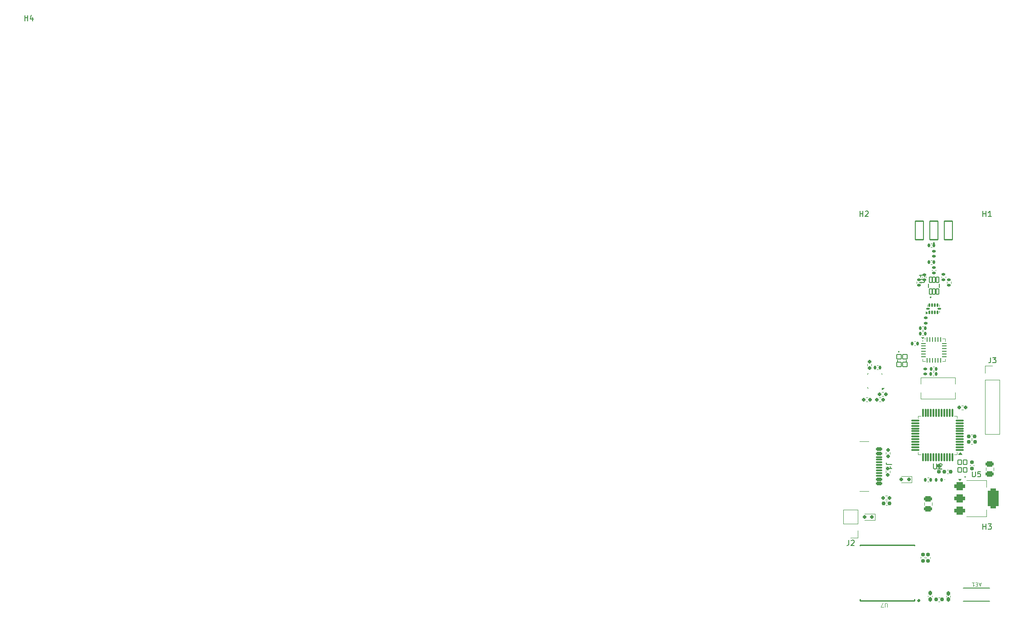
<source format=gto>
G04 #@! TF.GenerationSoftware,KiCad,Pcbnew,8.0.1*
G04 #@! TF.CreationDate,2025-06-08T13:02:34-04:00*
G04 #@! TF.ProjectId,Topaz,546f7061-7a2e-46b6-9963-61645f706362,rev?*
G04 #@! TF.SameCoordinates,Original*
G04 #@! TF.FileFunction,Legend,Top*
G04 #@! TF.FilePolarity,Positive*
%FSLAX46Y46*%
G04 Gerber Fmt 4.6, Leading zero omitted, Abs format (unit mm)*
G04 Created by KiCad (PCBNEW 8.0.1) date 2025-06-08 13:02:34*
%MOMM*%
%LPD*%
G01*
G04 APERTURE LIST*
G04 Aperture macros list*
%AMRoundRect*
0 Rectangle with rounded corners*
0 $1 Rounding radius*
0 $2 $3 $4 $5 $6 $7 $8 $9 X,Y pos of 4 corners*
0 Add a 4 corners polygon primitive as box body*
4,1,4,$2,$3,$4,$5,$6,$7,$8,$9,$2,$3,0*
0 Add four circle primitives for the rounded corners*
1,1,$1+$1,$2,$3*
1,1,$1+$1,$4,$5*
1,1,$1+$1,$6,$7*
1,1,$1+$1,$8,$9*
0 Add four rect primitives between the rounded corners*
20,1,$1+$1,$2,$3,$4,$5,0*
20,1,$1+$1,$4,$5,$6,$7,0*
20,1,$1+$1,$6,$7,$8,$9,0*
20,1,$1+$1,$8,$9,$2,$3,0*%
G04 Aperture macros list end*
%ADD10C,0.150000*%
%ADD11C,0.100000*%
%ADD12C,0.254000*%
%ADD13C,0.300000*%
%ADD14C,0.120000*%
%ADD15C,0.152400*%
%ADD16C,0.200000*%
%ADD17C,0.127000*%
%ADD18C,2.100000*%
%ADD19R,1.800000X0.800000*%
%ADD20RoundRect,0.160000X-0.160000X0.222500X-0.160000X-0.222500X0.160000X-0.222500X0.160000X0.222500X0*%
%ADD21RoundRect,0.155000X0.155000X-0.212500X0.155000X0.212500X-0.155000X0.212500X-0.155000X-0.212500X0*%
%ADD22RoundRect,0.155000X-0.212500X-0.155000X0.212500X-0.155000X0.212500X0.155000X-0.212500X0.155000X0*%
%ADD23R,1.168400X2.209800*%
%ADD24RoundRect,0.160000X-0.160000X0.197500X-0.160000X-0.197500X0.160000X-0.197500X0.160000X0.197500X0*%
%ADD25RoundRect,0.140000X0.140000X0.170000X-0.140000X0.170000X-0.140000X-0.170000X0.140000X-0.170000X0*%
%ADD26RoundRect,0.135000X0.135000X0.185000X-0.135000X0.185000X-0.135000X-0.185000X0.135000X-0.185000X0*%
%ADD27RoundRect,0.140000X-0.170000X0.140000X-0.170000X-0.140000X0.170000X-0.140000X0.170000X0.140000X0*%
%ADD28RoundRect,0.147500X-0.172500X0.147500X-0.172500X-0.147500X0.172500X-0.147500X0.172500X0.147500X0*%
%ADD29RoundRect,0.075000X0.075000X-0.225000X0.075000X0.225000X-0.075000X0.225000X-0.075000X-0.225000X0*%
%ADD30RoundRect,0.075000X0.237500X-0.075000X0.237500X0.075000X-0.237500X0.075000X-0.237500X-0.075000X0*%
%ADD31RoundRect,0.160000X-0.197500X-0.160000X0.197500X-0.160000X0.197500X0.160000X-0.197500X0.160000X0*%
%ADD32RoundRect,0.102000X-0.750000X1.750000X-0.750000X-1.750000X0.750000X-1.750000X0.750000X1.750000X0*%
%ADD33RoundRect,0.250000X0.475000X-0.250000X0.475000X0.250000X-0.475000X0.250000X-0.475000X-0.250000X0*%
%ADD34RoundRect,0.140000X-0.140000X-0.170000X0.140000X-0.170000X0.140000X0.170000X-0.140000X0.170000X0*%
%ADD35RoundRect,0.155000X-0.155000X0.212500X-0.155000X-0.212500X0.155000X-0.212500X0.155000X0.212500X0*%
%ADD36RoundRect,0.075500X0.226500X-0.476500X0.226500X0.476500X-0.226500X0.476500X-0.226500X-0.476500X0*%
%ADD37RoundRect,0.140000X0.170000X-0.140000X0.170000X0.140000X-0.170000X0.140000X-0.170000X-0.140000X0*%
%ADD38RoundRect,0.135000X-0.185000X0.135000X-0.185000X-0.135000X0.185000X-0.135000X0.185000X0.135000X0*%
%ADD39RoundRect,0.062500X-0.350000X-0.062500X0.350000X-0.062500X0.350000X0.062500X-0.350000X0.062500X0*%
%ADD40RoundRect,0.062500X-0.062500X-0.350000X0.062500X-0.350000X0.062500X0.350000X-0.062500X0.350000X0*%
%ADD41R,2.600000X2.600000*%
%ADD42RoundRect,0.155000X0.212500X0.155000X-0.212500X0.155000X-0.212500X-0.155000X0.212500X-0.155000X0*%
%ADD43RoundRect,0.075000X0.662500X0.075000X-0.662500X0.075000X-0.662500X-0.075000X0.662500X-0.075000X0*%
%ADD44RoundRect,0.075000X0.075000X0.662500X-0.075000X0.662500X-0.075000X-0.662500X0.075000X-0.662500X0*%
%ADD45RoundRect,0.099400X-0.397600X0.447600X-0.397600X-0.447600X0.397600X-0.447600X0.397600X0.447600X0*%
%ADD46RoundRect,0.147500X0.147500X0.172500X-0.147500X0.172500X-0.147500X-0.172500X0.147500X-0.172500X0*%
%ADD47RoundRect,0.160000X0.160000X-0.197500X0.160000X0.197500X-0.160000X0.197500X-0.160000X-0.197500X0*%
%ADD48O,1.700000X1.700000*%
%ADD49R,1.700000X1.700000*%
%ADD50RoundRect,0.102000X0.350000X-0.425000X0.350000X0.425000X-0.350000X0.425000X-0.350000X-0.425000X0*%
%ADD51R,1.250000X1.000000*%
%ADD52RoundRect,0.147500X0.172500X-0.147500X0.172500X0.147500X-0.172500X0.147500X-0.172500X-0.147500X0*%
%ADD53RoundRect,0.150000X-0.150000X-0.200000X0.150000X-0.200000X0.150000X0.200000X-0.150000X0.200000X0*%
%ADD54R,0.350000X0.500000*%
%ADD55C,0.650000*%
%ADD56RoundRect,0.150000X-0.425000X0.150000X-0.425000X-0.150000X0.425000X-0.150000X0.425000X0.150000X0*%
%ADD57RoundRect,0.075000X-0.500000X0.075000X-0.500000X-0.075000X0.500000X-0.075000X0.500000X0.075000X0*%
%ADD58O,2.100000X1.000000*%
%ADD59O,1.800000X1.000000*%
%ADD60RoundRect,0.160000X0.197500X0.160000X-0.197500X0.160000X-0.197500X-0.160000X0.197500X-0.160000X0*%
%ADD61RoundRect,0.375000X-0.625000X-0.375000X0.625000X-0.375000X0.625000X0.375000X-0.625000X0.375000X0*%
%ADD62RoundRect,0.500000X-0.500000X-1.400000X0.500000X-1.400000X0.500000X1.400000X-0.500000X1.400000X0*%
G04 APERTURE END LIST*
D10*
X1613095Y370180D02*
X1613095Y1370180D01*
X1613095Y893990D02*
X2184523Y893990D01*
X2184523Y370180D02*
X2184523Y1370180D01*
X3089285Y1036847D02*
X3089285Y370180D01*
X2851190Y1417800D02*
X2613095Y703514D01*
X2613095Y703514D02*
X3232142Y703514D01*
D11*
X162812037Y-109284125D02*
X162812037Y-108717459D01*
X162812037Y-108717459D02*
X162778704Y-108650792D01*
X162778704Y-108650792D02*
X162745370Y-108617459D01*
X162745370Y-108617459D02*
X162678704Y-108584125D01*
X162678704Y-108584125D02*
X162545370Y-108584125D01*
X162545370Y-108584125D02*
X162478704Y-108617459D01*
X162478704Y-108617459D02*
X162445370Y-108650792D01*
X162445370Y-108650792D02*
X162412037Y-108717459D01*
X162412037Y-108717459D02*
X162412037Y-109284125D01*
X162145371Y-109284125D02*
X161678704Y-109284125D01*
X161678704Y-109284125D02*
X161978704Y-108584125D01*
X180336666Y-104911366D02*
X180003333Y-104911366D01*
X180403333Y-104711366D02*
X180170000Y-105411366D01*
X180170000Y-105411366D02*
X179936666Y-104711366D01*
X179703333Y-105078033D02*
X179470000Y-105078033D01*
X179370000Y-104711366D02*
X179703333Y-104711366D01*
X179703333Y-104711366D02*
X179703333Y-105411366D01*
X179703333Y-105411366D02*
X179370000Y-105411366D01*
X178703333Y-104711366D02*
X179103333Y-104711366D01*
X178903333Y-104711366D02*
X178903333Y-105411366D01*
X178903333Y-105411366D02*
X178970000Y-105311366D01*
X178970000Y-105311366D02*
X179036667Y-105244700D01*
X179036667Y-105244700D02*
X179103333Y-105211366D01*
D10*
X168851915Y-48563753D02*
X169661438Y-48563753D01*
X169661438Y-48563753D02*
X169756676Y-48516134D01*
X169756676Y-48516134D02*
X169804296Y-48468515D01*
X169804296Y-48468515D02*
X169851915Y-48373277D01*
X169851915Y-48373277D02*
X169851915Y-48182801D01*
X169851915Y-48182801D02*
X169804296Y-48087563D01*
X169804296Y-48087563D02*
X169756676Y-48039944D01*
X169756676Y-48039944D02*
X169661438Y-47992325D01*
X169661438Y-47992325D02*
X168851915Y-47992325D01*
X169851915Y-46992325D02*
X169851915Y-47563753D01*
X169851915Y-47278039D02*
X168851915Y-47278039D01*
X168851915Y-47278039D02*
X168994772Y-47373277D01*
X168994772Y-47373277D02*
X169090010Y-47468515D01*
X169090010Y-47468515D02*
X169137629Y-47563753D01*
X157738095Y-36254819D02*
X157738095Y-35254819D01*
X157738095Y-35731009D02*
X158309523Y-35731009D01*
X158309523Y-36254819D02*
X158309523Y-35254819D01*
X158738095Y-35350057D02*
X158785714Y-35302438D01*
X158785714Y-35302438D02*
X158880952Y-35254819D01*
X158880952Y-35254819D02*
X159119047Y-35254819D01*
X159119047Y-35254819D02*
X159214285Y-35302438D01*
X159214285Y-35302438D02*
X159261904Y-35350057D01*
X159261904Y-35350057D02*
X159309523Y-35445295D01*
X159309523Y-35445295D02*
X159309523Y-35540533D01*
X159309523Y-35540533D02*
X159261904Y-35683390D01*
X159261904Y-35683390D02*
X158690476Y-36254819D01*
X158690476Y-36254819D02*
X159309523Y-36254819D01*
X171488095Y-82467319D02*
X171488095Y-83276842D01*
X171488095Y-83276842D02*
X171535714Y-83372080D01*
X171535714Y-83372080D02*
X171583333Y-83419700D01*
X171583333Y-83419700D02*
X171678571Y-83467319D01*
X171678571Y-83467319D02*
X171869047Y-83467319D01*
X171869047Y-83467319D02*
X171964285Y-83419700D01*
X171964285Y-83419700D02*
X172011904Y-83372080D01*
X172011904Y-83372080D02*
X172059523Y-83276842D01*
X172059523Y-83276842D02*
X172059523Y-82467319D01*
X172488095Y-82562557D02*
X172535714Y-82514938D01*
X172535714Y-82514938D02*
X172630952Y-82467319D01*
X172630952Y-82467319D02*
X172869047Y-82467319D01*
X172869047Y-82467319D02*
X172964285Y-82514938D01*
X172964285Y-82514938D02*
X173011904Y-82562557D01*
X173011904Y-82562557D02*
X173059523Y-82657795D01*
X173059523Y-82657795D02*
X173059523Y-82753033D01*
X173059523Y-82753033D02*
X173011904Y-82895890D01*
X173011904Y-82895890D02*
X172440476Y-83467319D01*
X172440476Y-83467319D02*
X173059523Y-83467319D01*
X182166666Y-62624819D02*
X182166666Y-63339104D01*
X182166666Y-63339104D02*
X182119047Y-63481961D01*
X182119047Y-63481961D02*
X182023809Y-63577200D01*
X182023809Y-63577200D02*
X181880952Y-63624819D01*
X181880952Y-63624819D02*
X181785714Y-63624819D01*
X182547619Y-62624819D02*
X183166666Y-62624819D01*
X183166666Y-62624819D02*
X182833333Y-63005771D01*
X182833333Y-63005771D02*
X182976190Y-63005771D01*
X182976190Y-63005771D02*
X183071428Y-63053390D01*
X183071428Y-63053390D02*
X183119047Y-63101009D01*
X183119047Y-63101009D02*
X183166666Y-63196247D01*
X183166666Y-63196247D02*
X183166666Y-63434342D01*
X183166666Y-63434342D02*
X183119047Y-63529580D01*
X183119047Y-63529580D02*
X183071428Y-63577200D01*
X183071428Y-63577200D02*
X182976190Y-63624819D01*
X182976190Y-63624819D02*
X182690476Y-63624819D01*
X182690476Y-63624819D02*
X182595238Y-63577200D01*
X182595238Y-63577200D02*
X182547619Y-63529580D01*
X180738095Y-94754819D02*
X180738095Y-93754819D01*
X180738095Y-94231009D02*
X181309523Y-94231009D01*
X181309523Y-94754819D02*
X181309523Y-93754819D01*
X181690476Y-93754819D02*
X182309523Y-93754819D01*
X182309523Y-93754819D02*
X181976190Y-94135771D01*
X181976190Y-94135771D02*
X182119047Y-94135771D01*
X182119047Y-94135771D02*
X182214285Y-94183390D01*
X182214285Y-94183390D02*
X182261904Y-94231009D01*
X182261904Y-94231009D02*
X182309523Y-94326247D01*
X182309523Y-94326247D02*
X182309523Y-94564342D01*
X182309523Y-94564342D02*
X182261904Y-94659580D01*
X182261904Y-94659580D02*
X182214285Y-94707200D01*
X182214285Y-94707200D02*
X182119047Y-94754819D01*
X182119047Y-94754819D02*
X181833333Y-94754819D01*
X181833333Y-94754819D02*
X181738095Y-94707200D01*
X181738095Y-94707200D02*
X181690476Y-94659580D01*
X180738095Y-36254819D02*
X180738095Y-35254819D01*
X180738095Y-35731009D02*
X181309523Y-35731009D01*
X181309523Y-36254819D02*
X181309523Y-35254819D01*
X182309523Y-36254819D02*
X181738095Y-36254819D01*
X182023809Y-36254819D02*
X182023809Y-35254819D01*
X182023809Y-35254819D02*
X181928571Y-35397676D01*
X181928571Y-35397676D02*
X181833333Y-35492914D01*
X181833333Y-35492914D02*
X181738095Y-35540533D01*
X163653632Y-82666312D02*
X162939347Y-82666312D01*
X162939347Y-82666312D02*
X162796490Y-82618693D01*
X162796490Y-82618693D02*
X162701252Y-82523455D01*
X162701252Y-82523455D02*
X162653632Y-82380598D01*
X162653632Y-82380598D02*
X162653632Y-82285360D01*
X162653632Y-83666312D02*
X162653632Y-83094884D01*
X162653632Y-83380598D02*
X163653632Y-83380598D01*
X163653632Y-83380598D02*
X163510775Y-83285360D01*
X163510775Y-83285360D02*
X163415537Y-83190122D01*
X163415537Y-83190122D02*
X163367918Y-83094884D01*
X155666666Y-96784819D02*
X155666666Y-97499104D01*
X155666666Y-97499104D02*
X155619047Y-97641961D01*
X155619047Y-97641961D02*
X155523809Y-97737200D01*
X155523809Y-97737200D02*
X155380952Y-97784819D01*
X155380952Y-97784819D02*
X155285714Y-97784819D01*
X156095238Y-96880057D02*
X156142857Y-96832438D01*
X156142857Y-96832438D02*
X156238095Y-96784819D01*
X156238095Y-96784819D02*
X156476190Y-96784819D01*
X156476190Y-96784819D02*
X156571428Y-96832438D01*
X156571428Y-96832438D02*
X156619047Y-96880057D01*
X156619047Y-96880057D02*
X156666666Y-96975295D01*
X156666666Y-96975295D02*
X156666666Y-97070533D01*
X156666666Y-97070533D02*
X156619047Y-97213390D01*
X156619047Y-97213390D02*
X156047619Y-97784819D01*
X156047619Y-97784819D02*
X156666666Y-97784819D01*
X178738095Y-83954819D02*
X178738095Y-84764342D01*
X178738095Y-84764342D02*
X178785714Y-84859580D01*
X178785714Y-84859580D02*
X178833333Y-84907200D01*
X178833333Y-84907200D02*
X178928571Y-84954819D01*
X178928571Y-84954819D02*
X179119047Y-84954819D01*
X179119047Y-84954819D02*
X179214285Y-84907200D01*
X179214285Y-84907200D02*
X179261904Y-84859580D01*
X179261904Y-84859580D02*
X179309523Y-84764342D01*
X179309523Y-84764342D02*
X179309523Y-83954819D01*
X180261904Y-83954819D02*
X179785714Y-83954819D01*
X179785714Y-83954819D02*
X179738095Y-84431009D01*
X179738095Y-84431009D02*
X179785714Y-84383390D01*
X179785714Y-84383390D02*
X179880952Y-84335771D01*
X179880952Y-84335771D02*
X180119047Y-84335771D01*
X180119047Y-84335771D02*
X180214285Y-84383390D01*
X180214285Y-84383390D02*
X180261904Y-84431009D01*
X180261904Y-84431009D02*
X180309523Y-84526247D01*
X180309523Y-84526247D02*
X180309523Y-84764342D01*
X180309523Y-84764342D02*
X180261904Y-84859580D01*
X180261904Y-84859580D02*
X180214285Y-84907200D01*
X180214285Y-84907200D02*
X180119047Y-84954819D01*
X180119047Y-84954819D02*
X179880952Y-84954819D01*
X179880952Y-84954819D02*
X179785714Y-84907200D01*
X179785714Y-84907200D02*
X179738095Y-84859580D01*
D12*
X167922500Y-108134000D02*
X157762500Y-108134000D01*
X167922500Y-107831000D02*
X167922500Y-108134000D01*
X167922500Y-97720000D02*
X167922500Y-97769000D01*
X157762500Y-108134000D02*
X157762500Y-107831000D01*
X157762500Y-97769000D02*
X157762500Y-97720000D01*
X157762500Y-97720000D02*
X167922500Y-97720000D01*
D13*
X168892500Y-108100000D02*
G75*
G02*
X168592500Y-108100000I-150000J0D01*
G01*
X168592500Y-108100000D02*
G75*
G02*
X168892500Y-108100000I150000J0D01*
G01*
D14*
X171216596Y-107195350D02*
X171216596Y-107395750D01*
X170496596Y-107195350D02*
X170496596Y-107395750D01*
X174628339Y-107208129D02*
X174628339Y-107408529D01*
X173908339Y-107208129D02*
X173908339Y-107408529D01*
X169140000Y-100185873D02*
X169140000Y-99954203D01*
X169860000Y-100185873D02*
X169860000Y-99954203D01*
X170126991Y-100190965D02*
X170126991Y-99959295D01*
X170846991Y-100190965D02*
X170846991Y-99959295D01*
X172426090Y-107546443D02*
X172657760Y-107546443D01*
X172426090Y-108266443D02*
X172657760Y-108266443D01*
D15*
X181973750Y-105768100D02*
X177026250Y-105768100D01*
X177026250Y-108231900D02*
X181973750Y-108231900D01*
D14*
X162620000Y-80332379D02*
X162620000Y-80667621D01*
X163380000Y-80332379D02*
X163380000Y-80667621D01*
X171203392Y-44475393D02*
X170987720Y-44475393D01*
X171203392Y-45195393D02*
X170987720Y-45195393D01*
X170643641Y-85120000D02*
X170336359Y-85120000D01*
X170643641Y-85880000D02*
X170336359Y-85880000D01*
X173003907Y-47492753D02*
X173003907Y-47708425D01*
X173723907Y-47492753D02*
X173723907Y-47708425D01*
X173998408Y-83654938D02*
X174230078Y-83654938D01*
X173998408Y-84374938D02*
X174230078Y-84374938D01*
X170390000Y-53090000D02*
X170390000Y-52765000D01*
X172610000Y-53090000D02*
X172610000Y-52765000D01*
X172610000Y-53910000D02*
X172610000Y-54235000D01*
X170380000Y-54240000D02*
X170050000Y-54480000D01*
X170050000Y-54000000D01*
X170380000Y-54240000D01*
G36*
X170380000Y-54240000D02*
G01*
X170050000Y-54480000D01*
X170050000Y-54000000D01*
X170380000Y-54240000D01*
G37*
X158832379Y-70120000D02*
X159167621Y-70120000D01*
X158832379Y-70880000D02*
X159167621Y-70880000D01*
D16*
X171666373Y-41237975D02*
G75*
G02*
X171466373Y-41237975I-100000J0D01*
G01*
X171466373Y-41237975D02*
G75*
G02*
X171666373Y-41237975I100000J0D01*
G01*
D14*
X181265000Y-83761252D02*
X181265000Y-83238748D01*
X182735000Y-83761252D02*
X182735000Y-83238748D01*
X171392164Y-64387409D02*
X171607836Y-64387409D01*
X171392164Y-65107409D02*
X171607836Y-65107409D01*
X169392164Y-57780985D02*
X169607836Y-57780985D01*
X169392164Y-58500985D02*
X169607836Y-58500985D01*
X172140000Y-83316665D02*
X172140000Y-83548335D01*
X172860000Y-83316665D02*
X172860000Y-83548335D01*
D17*
X170582096Y-48846849D02*
X170582096Y-49506849D01*
X172582096Y-49506849D02*
X172582096Y-48846849D01*
D16*
X171032096Y-51376849D02*
G75*
G02*
X170832096Y-51376849I-100000J0D01*
G01*
X170832096Y-51376849D02*
G75*
G02*
X171032096Y-51376849I100000J0D01*
G01*
D14*
X178541244Y-78072384D02*
X178772914Y-78072384D01*
X178541244Y-78792384D02*
X178772914Y-78792384D01*
X171212341Y-46429108D02*
X171212341Y-46213436D01*
X171932341Y-46429108D02*
X171932341Y-46213436D01*
X173998902Y-48441601D02*
X173998902Y-48748883D01*
X174758902Y-48441601D02*
X174758902Y-48748883D01*
X169452500Y-59615000D02*
X169452500Y-59380000D01*
X169452500Y-63360000D02*
X169452500Y-62885000D01*
X169927500Y-59140000D02*
X169752500Y-59140000D01*
X169927500Y-63360000D02*
X169452500Y-63360000D01*
X173197500Y-59140000D02*
X173672500Y-59140000D01*
X173197500Y-63360000D02*
X173672500Y-63360000D01*
X173672500Y-59140000D02*
X173672500Y-59615000D01*
X173672500Y-63360000D02*
X173672500Y-62885000D01*
X169452500Y-59140000D02*
X169212500Y-58810000D01*
X169692500Y-58810000D01*
X169452500Y-59140000D01*
G36*
X169452500Y-59140000D02*
G01*
X169212500Y-58810000D01*
X169692500Y-58810000D01*
X169452500Y-59140000D01*
G37*
X171373134Y-65367634D02*
X171588806Y-65367634D01*
X171373134Y-66087634D02*
X171588806Y-66087634D01*
X162831192Y-89551817D02*
X162599522Y-89551817D01*
X162831192Y-90271817D02*
X162599522Y-90271817D01*
X168640000Y-73552500D02*
X168640000Y-74002500D01*
X168640000Y-80772500D02*
X168640000Y-80322500D01*
X169090000Y-73552500D02*
X168640000Y-73552500D01*
X169090000Y-80772500D02*
X168640000Y-80772500D01*
X175410000Y-73552500D02*
X175860000Y-73552500D01*
X175410000Y-80772500D02*
X175860000Y-80772500D01*
X175860000Y-73552500D02*
X175860000Y-74002500D01*
X175860000Y-80772500D02*
X175860000Y-80322500D01*
X176790000Y-80792500D02*
X176110000Y-80792500D01*
X176450000Y-80322500D01*
X176790000Y-80792500D01*
G36*
X176790000Y-80792500D02*
G01*
X176110000Y-80792500D01*
X176450000Y-80322500D01*
X176790000Y-80792500D01*
G37*
D17*
X164765000Y-63115000D02*
X164765000Y-63315000D01*
X166365000Y-63115000D02*
X166365000Y-63315000D01*
D16*
X165115000Y-61565000D02*
G75*
G02*
X164915000Y-61565000I-100000J0D01*
G01*
X164915000Y-61565000D02*
G75*
G02*
X165115000Y-61565000I100000J0D01*
G01*
D11*
X173640000Y-85500000D02*
G75*
G02*
X173540000Y-85500000I-50000J0D01*
G01*
X173540000Y-85500000D02*
G75*
G02*
X173640000Y-85500000I50000J0D01*
G01*
D14*
X159120000Y-64167621D02*
X159120000Y-63832379D01*
X159880000Y-64167621D02*
X159880000Y-63832379D01*
X183830000Y-66770000D02*
X183830000Y-76990000D01*
X181170000Y-76990000D02*
X183830000Y-76990000D01*
X181170000Y-66770000D02*
X183830000Y-66770000D01*
X181170000Y-66770000D02*
X181170000Y-76990000D01*
X181170000Y-65500000D02*
X181170000Y-64170000D01*
X181170000Y-64170000D02*
X182500000Y-64170000D01*
D16*
X177505767Y-84970588D02*
G75*
G02*
X177305767Y-84970588I-100000J0D01*
G01*
X177305767Y-84970588D02*
G75*
G02*
X177505767Y-84970588I100000J0D01*
G01*
D14*
X161332379Y-70120000D02*
X161667621Y-70120000D01*
X161332379Y-70880000D02*
X161667621Y-70880000D01*
X169146443Y-66345995D02*
X169146443Y-67545995D01*
X169146443Y-69145995D02*
X169146443Y-70345995D01*
X169146443Y-70345995D02*
X175546443Y-70345995D01*
X175546443Y-66345995D02*
X169146443Y-66345995D01*
X175546443Y-67545995D02*
X175546443Y-66345995D01*
X175546443Y-70345995D02*
X175546443Y-69145995D01*
X176734879Y-71620000D02*
X177070121Y-71620000D01*
X176734879Y-72380000D02*
X177070121Y-72380000D01*
X158585894Y-91863015D02*
X160545894Y-91863015D01*
X160545894Y-93063015D02*
X160545894Y-91863015D01*
X158585894Y-93063015D02*
X160545894Y-93063015D01*
X160892164Y-64140000D02*
X161107836Y-64140000D01*
X160892164Y-64860000D02*
X161107836Y-64860000D01*
X171204947Y-41313144D02*
X170989275Y-41313144D01*
X171204947Y-42033144D02*
X170989275Y-42033144D01*
X167892164Y-59640000D02*
X168107836Y-59640000D01*
X167892164Y-60360000D02*
X168107836Y-60360000D01*
X162550078Y-83829091D02*
X162550078Y-84164333D01*
X163310078Y-83829091D02*
X163310078Y-84164333D01*
X168379660Y-48438003D02*
X168379660Y-48745285D01*
X169139660Y-48438003D02*
X169139660Y-48745285D01*
D11*
X159150000Y-65650000D02*
X159150000Y-65800000D01*
X159150000Y-65650000D02*
X159300000Y-65650000D01*
X159150000Y-68350000D02*
X159150000Y-68200000D01*
X159300000Y-68350000D02*
X159150000Y-68350000D01*
X161850000Y-65640000D02*
X161700000Y-65640000D01*
X161850000Y-65650000D02*
X161850000Y-65800000D01*
D14*
X161850000Y-68710000D02*
X161850000Y-68350000D01*
X162210000Y-68350000D01*
X161850000Y-68710000D01*
G36*
X161850000Y-68710000D02*
G01*
X161850000Y-68350000D01*
X162210000Y-68350000D01*
X161850000Y-68710000D01*
G37*
X169414808Y-47498660D02*
X169414808Y-47714332D01*
X170134808Y-47498660D02*
X170134808Y-47714332D01*
X169765000Y-90261252D02*
X169765000Y-89738748D01*
X171235000Y-90261252D02*
X171235000Y-89738748D01*
X169392164Y-56811566D02*
X169607836Y-56811566D01*
X169392164Y-57531566D02*
X169607836Y-57531566D01*
X157708452Y-78329646D02*
X159408452Y-78329646D01*
X157708452Y-87669646D02*
X159408452Y-87669646D01*
X178523166Y-77055025D02*
X178754836Y-77055025D01*
X178523166Y-77775025D02*
X178754836Y-77775025D01*
X162541156Y-88490574D02*
X162876398Y-88490574D01*
X162541156Y-89250574D02*
X162876398Y-89250574D01*
X162167621Y-69120000D02*
X161832379Y-69120000D01*
X162167621Y-69880000D02*
X161832379Y-69880000D01*
X178319447Y-82698956D02*
X178319447Y-82930626D01*
X179039447Y-82698956D02*
X179039447Y-82930626D01*
X165464124Y-84810598D02*
X167424124Y-84810598D01*
X165464124Y-86010598D02*
X167424124Y-86010598D01*
X167424124Y-86010598D02*
X167424124Y-84810598D01*
X157330000Y-91130000D02*
X154670000Y-91130000D01*
X157330000Y-93730000D02*
X157330000Y-91130000D01*
X157330000Y-93730000D02*
X154670000Y-93730000D01*
X154670000Y-93730000D02*
X154670000Y-91130000D01*
X157330000Y-95000000D02*
X157330000Y-96330000D01*
X157330000Y-96330000D02*
X156000000Y-96330000D01*
X177650000Y-85590000D02*
X181410000Y-85590000D01*
X177650000Y-92410000D02*
X181410000Y-92410000D01*
X181410000Y-85590000D02*
X181410000Y-86850000D01*
X181410000Y-92410000D02*
X181410000Y-91150000D01*
X176370000Y-85690000D02*
X176130000Y-85360000D01*
X176610000Y-85360000D01*
X176370000Y-85690000D01*
G36*
X176370000Y-85690000D02*
G01*
X176130000Y-85360000D01*
X176610000Y-85360000D01*
X176370000Y-85690000D01*
G37*
%LPC*%
D18*
X2375000Y-2375000D03*
D19*
X167500000Y-107200000D03*
X167500000Y-106100000D03*
X167500000Y-105000000D03*
X167500000Y-103900000D03*
X167500000Y-102800000D03*
X167500000Y-101700000D03*
X167500000Y-100600000D03*
X167500000Y-99500000D03*
X167500000Y-98400000D03*
X158185000Y-98400000D03*
X158185000Y-99500000D03*
X158185000Y-100600000D03*
X158185000Y-101700000D03*
X158185000Y-102800000D03*
X158185000Y-103900000D03*
X158185000Y-105000000D03*
X158185000Y-106100000D03*
X158185000Y-107200000D03*
D20*
X170856596Y-106723050D03*
X170856596Y-107868050D03*
X174268339Y-106735829D03*
X174268339Y-107880829D03*
D21*
X169500000Y-100637538D03*
X169500000Y-99502538D03*
X170486991Y-100642630D03*
X170486991Y-99507630D03*
D22*
X171974425Y-107906443D03*
X173109425Y-107906443D03*
D23*
X182865500Y-107000000D03*
X176134500Y-107000000D03*
D24*
X163000000Y-79902500D03*
X163000000Y-81097500D03*
D25*
X171575556Y-44835393D03*
X170615556Y-44835393D03*
D26*
X171000000Y-85500000D03*
X169980000Y-85500000D03*
D27*
X173363907Y-47120589D03*
X173363907Y-48080589D03*
D22*
X173546743Y-84014938D03*
X174681743Y-84014938D03*
D28*
X170000000Y-55246201D03*
X170000000Y-56216201D03*
D29*
X170750000Y-54200000D03*
X171250000Y-54200000D03*
X171750000Y-54200000D03*
X172250000Y-54200000D03*
D30*
X172562500Y-53500000D03*
D29*
X172250000Y-52800000D03*
X171750000Y-52800000D03*
X171250000Y-52800000D03*
X170750000Y-52800000D03*
D30*
X170437500Y-53500000D03*
D31*
X158402500Y-70500000D03*
X159597500Y-70500000D03*
D32*
X174266373Y-38837975D03*
X171566373Y-38837975D03*
X168866373Y-38837975D03*
D33*
X182000000Y-84450000D03*
X182000000Y-82550000D03*
D34*
X171020000Y-64747409D03*
X171980000Y-64747409D03*
X169020000Y-58140985D03*
X169980000Y-58140985D03*
D35*
X172500000Y-82865000D03*
X172500000Y-84000000D03*
D36*
X170932096Y-50276849D03*
X171582096Y-50276849D03*
X172232096Y-50276849D03*
X172232096Y-48076849D03*
X171582096Y-48076849D03*
X170932096Y-48076849D03*
D22*
X178089579Y-78432384D03*
X179224579Y-78432384D03*
D18*
X158500000Y-39000000D03*
D37*
X171572341Y-46801272D03*
X171572341Y-45841272D03*
D38*
X174378902Y-48085242D03*
X174378902Y-49105242D03*
D39*
X169625000Y-60000000D03*
X169625000Y-60500000D03*
X169625000Y-61000000D03*
X169625000Y-61500000D03*
X169625000Y-62000000D03*
X169625000Y-62500000D03*
D40*
X170312500Y-63187500D03*
X170812500Y-63187500D03*
X171312500Y-63187500D03*
X171812500Y-63187500D03*
X172312500Y-63187500D03*
X172812500Y-63187500D03*
D39*
X173500000Y-62500000D03*
X173500000Y-62000000D03*
X173500000Y-61500000D03*
X173500000Y-61000000D03*
X173500000Y-60500000D03*
X173500000Y-60000000D03*
D40*
X172812500Y-59312500D03*
X172312500Y-59312500D03*
X171812500Y-59312500D03*
X171312500Y-59312500D03*
X170812500Y-59312500D03*
X170312500Y-59312500D03*
D41*
X171562500Y-61250000D03*
D34*
X171000970Y-65727634D03*
X171960970Y-65727634D03*
D42*
X163282857Y-89911817D03*
X162147857Y-89911817D03*
D43*
X176412500Y-79912500D03*
X176412500Y-79412500D03*
X176412500Y-78912500D03*
X176412500Y-78412500D03*
X176412500Y-77912500D03*
X176412500Y-77412500D03*
X176412500Y-76912500D03*
X176412500Y-76412500D03*
X176412500Y-75912500D03*
X176412500Y-75412500D03*
X176412500Y-74912500D03*
X176412500Y-74412500D03*
D44*
X175000000Y-73000000D03*
X174500000Y-73000000D03*
X174000000Y-73000000D03*
X173500000Y-73000000D03*
X173000000Y-73000000D03*
X172500000Y-73000000D03*
X172000000Y-73000000D03*
X171500000Y-73000000D03*
X171000000Y-73000000D03*
X170500000Y-73000000D03*
X170000000Y-73000000D03*
X169500000Y-73000000D03*
D43*
X168087500Y-74412500D03*
X168087500Y-74912500D03*
X168087500Y-75412500D03*
X168087500Y-75912500D03*
X168087500Y-76412500D03*
X168087500Y-76912500D03*
X168087500Y-77412500D03*
X168087500Y-77912500D03*
X168087500Y-78412500D03*
X168087500Y-78912500D03*
X168087500Y-79412500D03*
X168087500Y-79912500D03*
D44*
X169500000Y-81325000D03*
X170000000Y-81325000D03*
X170500000Y-81325000D03*
X171000000Y-81325000D03*
X171500000Y-81325000D03*
X172000000Y-81325000D03*
X172500000Y-81325000D03*
X173000000Y-81325000D03*
X173500000Y-81325000D03*
X174000000Y-81325000D03*
X174500000Y-81325000D03*
X175000000Y-81325000D03*
D28*
X169961020Y-64760267D03*
X169961020Y-65730267D03*
D45*
X165000000Y-62500000D03*
X165000000Y-63930000D03*
X166130000Y-63930000D03*
X166130000Y-62500000D03*
D46*
X172985000Y-85500000D03*
X172015000Y-85500000D03*
D47*
X159500000Y-64597500D03*
X159500000Y-63402500D03*
D48*
X182500000Y-75660000D03*
X182500000Y-73120000D03*
X182500000Y-70580000D03*
X182500000Y-68040000D03*
D49*
X182500000Y-65500000D03*
D50*
X177405767Y-83695588D03*
X177405767Y-82245588D03*
X176405767Y-82245588D03*
X176405767Y-83695588D03*
D31*
X160902500Y-70500000D03*
X162097500Y-70500000D03*
D51*
X168471443Y-68345995D03*
X176221443Y-68345995D03*
D31*
X176305000Y-72000000D03*
X177500000Y-72000000D03*
D52*
X171585607Y-43720488D03*
X171585607Y-42750488D03*
D53*
X159985894Y-92463015D03*
X158585894Y-92463015D03*
D34*
X160520000Y-64500000D03*
X161480000Y-64500000D03*
D25*
X171577111Y-41673144D03*
X170617111Y-41673144D03*
D34*
X167520000Y-60000000D03*
X168480000Y-60000000D03*
D24*
X162930078Y-83399212D03*
X162930078Y-84594212D03*
D38*
X168759660Y-48081644D03*
X168759660Y-49101644D03*
D54*
X161475000Y-68025000D03*
X160825000Y-68025000D03*
X160175000Y-68025000D03*
X159525000Y-68025000D03*
X159525000Y-65975000D03*
X160175000Y-65975000D03*
X160825000Y-65975000D03*
X161475000Y-65975000D03*
D18*
X181500000Y-97500000D03*
D27*
X169774808Y-47126496D03*
X169774808Y-48086496D03*
D33*
X170500000Y-90950000D03*
X170500000Y-89050000D03*
D18*
X181500000Y-39000000D03*
D34*
X169020000Y-57171566D03*
X169980000Y-57171566D03*
D55*
X160213452Y-80109646D03*
X160213452Y-85889646D03*
D56*
X161288452Y-79799646D03*
X161288452Y-80599646D03*
D57*
X161288452Y-81749646D03*
X161288452Y-82749646D03*
X161288452Y-83249646D03*
X161288452Y-84249646D03*
D56*
X161288452Y-85399646D03*
X161288452Y-86199646D03*
X161288452Y-86199646D03*
X161288452Y-85399646D03*
D57*
X161288452Y-84749646D03*
X161288452Y-83749646D03*
X161288452Y-82249646D03*
X161288452Y-81249646D03*
D56*
X161288452Y-80599646D03*
X161288452Y-79799646D03*
D58*
X160713452Y-78679646D03*
D59*
X156533452Y-78679646D03*
D58*
X160713452Y-87319646D03*
D59*
X156533452Y-87319646D03*
D22*
X178071501Y-77415025D03*
X179206501Y-77415025D03*
D31*
X162111277Y-88870574D03*
X163306277Y-88870574D03*
D60*
X162597500Y-69500000D03*
X161402500Y-69500000D03*
D35*
X178679447Y-82247291D03*
X178679447Y-83382291D03*
D53*
X166864124Y-85410598D03*
X165464124Y-85410598D03*
D49*
X156000000Y-95000000D03*
D48*
X156000000Y-92460000D03*
D61*
X176350000Y-86700000D03*
X176350000Y-89000000D03*
D62*
X182650000Y-89000000D03*
D61*
X176350000Y-91300000D03*
%LPD*%
M02*

</source>
